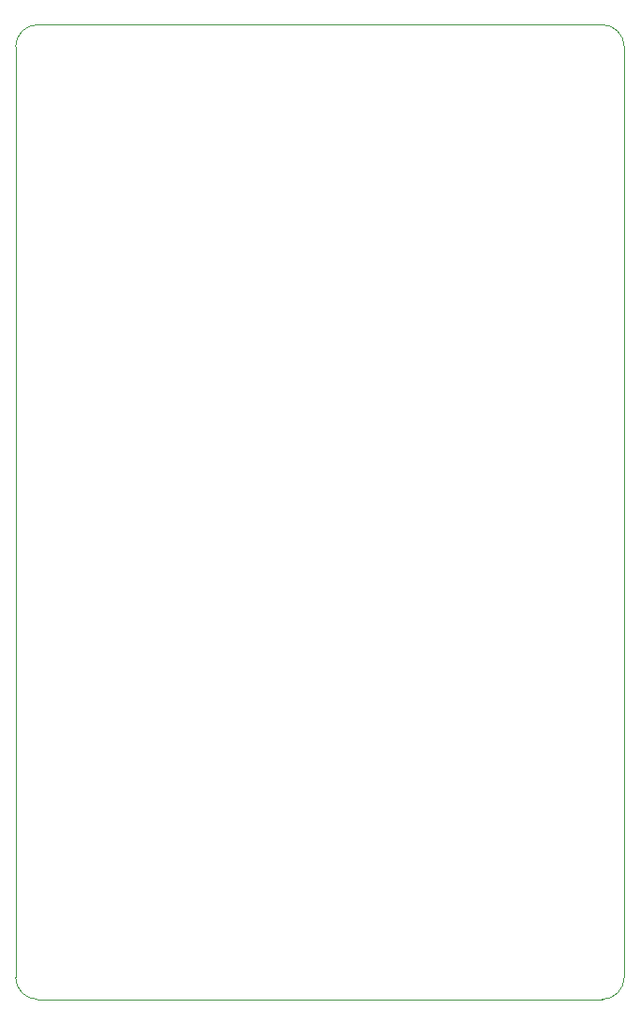
<source format=gm1>
G04 #@! TF.GenerationSoftware,KiCad,Pcbnew,(7.0.0)*
G04 #@! TF.CreationDate,2023-02-19T07:45:38+03:00*
G04 #@! TF.ProjectId,pcb-heater,7063622d-6865-4617-9465-722e6b696361,rev?*
G04 #@! TF.SameCoordinates,Original*
G04 #@! TF.FileFunction,Profile,NP*
%FSLAX46Y46*%
G04 Gerber Fmt 4.6, Leading zero omitted, Abs format (unit mm)*
G04 Created by KiCad (PCBNEW (7.0.0)) date 2023-02-19 07:45:38*
%MOMM*%
%LPD*%
G01*
G04 APERTURE LIST*
G04 #@! TA.AperFunction,Profile*
%ADD10C,0.050000*%
G04 #@! TD*
G04 APERTURE END LIST*
D10*
X155000000Y-52000000D02*
G75*
G03*
X153000000Y-50000000I-2000000J0D01*
G01*
X155000000Y-52000000D02*
X155000000Y-136000000D01*
X153000000Y-138000000D02*
X102000000Y-138000000D01*
X100000000Y-136000000D02*
X100000000Y-52000000D01*
X102000000Y-50000000D02*
G75*
G03*
X100000000Y-52000000I0J-2000000D01*
G01*
X100000000Y-136000000D02*
G75*
G03*
X102000000Y-138000000I2000000J0D01*
G01*
X153000000Y-138000000D02*
G75*
G03*
X155000000Y-136000000I0J2000000D01*
G01*
X102000000Y-50000000D02*
X153000000Y-50000000D01*
M02*

</source>
